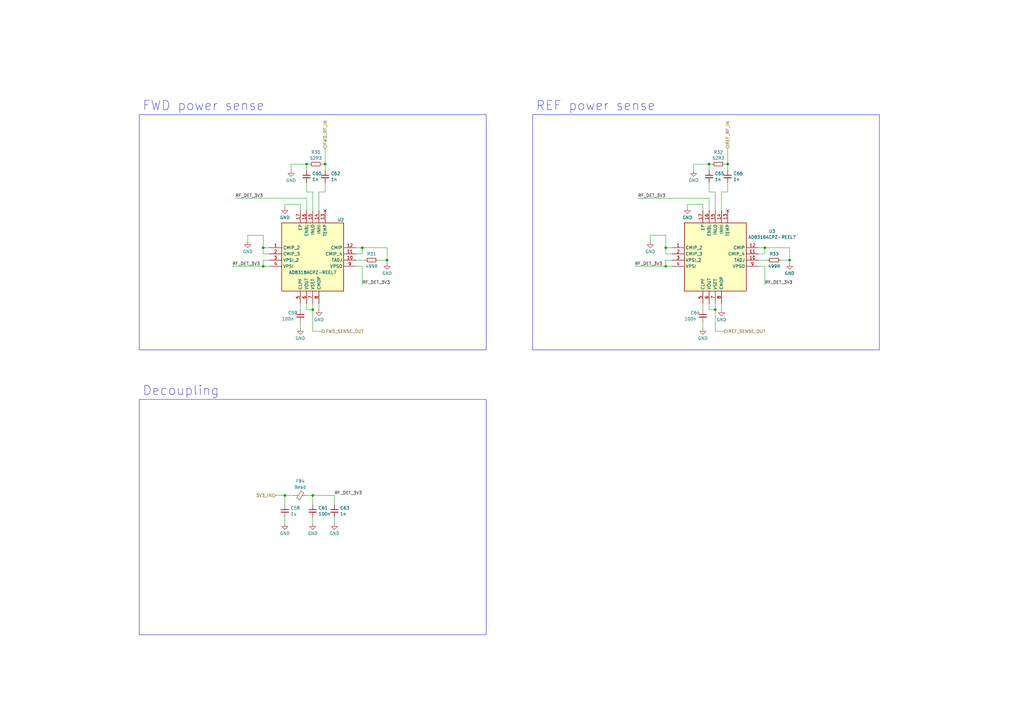
<source format=kicad_sch>
(kicad_sch (version 20230121) (generator eeschema)

  (uuid 79588d6e-ce3a-4d0b-a973-de164d6a495f)

  (paper "A3")

  (title_block
    (title "M17 Remote Radio Unit - RF board")
    (date "10-10-2023")
    (rev "A")
    (company "M17 Project")
    (comment 1 "Wojciech Kaczmarski, SP5WWP")
  )

  (lib_symbols
    (symbol "AD8318:AD8318ACPZ-REEL7" (in_bom yes) (on_board yes)
      (property "Reference" "U" (at 31.75 15.24 0)
        (effects (font (size 1.27 1.27)) (justify left top))
      )
      (property "Value" "AD8318ACPZ-REEL7" (at 31.75 12.7 0)
        (effects (font (size 1.27 1.27)) (justify left top))
      )
      (property "Footprint" "QFN65P400X400X100-17N" (at 31.75 -87.3 0)
        (effects (font (size 1.27 1.27)) (justify left top) hide)
      )
      (property "Datasheet" "http://componentsearchengine.com/Datasheets/1/AD8318ACPZ-REEL7.pdf" (at 31.75 -187.3 0)
        (effects (font (size 1.27 1.27)) (justify left top) hide)
      )
      (property "Height" "" (at 31.75 -387.3 0)
        (effects (font (size 1.27 1.27)) (justify left top) hide)
      )
      (property "Mouser Part Number" "584-AD8318ACPZ-R7" (at 31.75 -487.3 0)
        (effects (font (size 1.27 1.27)) (justify left top) hide)
      )
      (property "Mouser Price/Stock" "https://www.mouser.co.uk/ProductDetail/Analog-Devices/AD8318ACPZ-REEL7?qs=%2FtpEQrCGXCw0ZYFmnJA9Lg%3D%3D" (at 31.75 -587.3 0)
        (effects (font (size 1.27 1.27)) (justify left top) hide)
      )
      (property "Manufacturer_Name" "Analog Devices" (at 31.75 -687.3 0)
        (effects (font (size 1.27 1.27)) (justify left top) hide)
      )
      (property "Manufacturer_Part_Number" "AD8318ACPZ-REEL7" (at 31.75 -787.3 0)
        (effects (font (size 1.27 1.27)) (justify left top) hide)
      )
      (property "ki_description" "Logarithmic Detector/Controller" (at 0 0 0)
        (effects (font (size 1.27 1.27)) hide)
      )
      (symbol "AD8318ACPZ-REEL7_1_1"
        (rectangle (start 5.08 10.16) (end 30.48 -17.78)
          (stroke (width 0.254) (type default))
          (fill (type background))
        )
        (pin passive line (at 0 0 0) (length 5.08)
          (name "CMIP_2" (effects (font (size 1.27 1.27))))
          (number "1" (effects (font (size 1.27 1.27))))
        )
        (pin passive line (at 35.56 -5.08 180) (length 5.08)
          (name "TADJ" (effects (font (size 1.27 1.27))))
          (number "10" (effects (font (size 1.27 1.27))))
        )
        (pin passive line (at 35.56 -2.54 180) (length 5.08)
          (name "CMIP_4" (effects (font (size 1.27 1.27))))
          (number "11" (effects (font (size 1.27 1.27))))
        )
        (pin passive line (at 35.56 0 180) (length 5.08)
          (name "CMIP" (effects (font (size 1.27 1.27))))
          (number "12" (effects (font (size 1.27 1.27))))
        )
        (pin passive line (at 22.86 15.24 270) (length 5.08)
          (name "TEMP" (effects (font (size 1.27 1.27))))
          (number "13" (effects (font (size 1.27 1.27))))
        )
        (pin passive line (at 20.32 15.24 270) (length 5.08)
          (name "INHI" (effects (font (size 1.27 1.27))))
          (number "14" (effects (font (size 1.27 1.27))))
        )
        (pin passive line (at 17.78 15.24 270) (length 5.08)
          (name "INLO" (effects (font (size 1.27 1.27))))
          (number "15" (effects (font (size 1.27 1.27))))
        )
        (pin passive line (at 15.24 15.24 270) (length 5.08)
          (name "ENBL" (effects (font (size 1.27 1.27))))
          (number "16" (effects (font (size 1.27 1.27))))
        )
        (pin passive line (at 12.7 15.24 270) (length 5.08)
          (name "EP" (effects (font (size 1.27 1.27))))
          (number "17" (effects (font (size 1.27 1.27))))
        )
        (pin passive line (at 0 -2.54 0) (length 5.08)
          (name "CMIP_3" (effects (font (size 1.27 1.27))))
          (number "2" (effects (font (size 1.27 1.27))))
        )
        (pin passive line (at 0 -5.08 0) (length 5.08)
          (name "VPSI_2" (effects (font (size 1.27 1.27))))
          (number "3" (effects (font (size 1.27 1.27))))
        )
        (pin passive line (at 0 -7.62 0) (length 5.08)
          (name "VPSI" (effects (font (size 1.27 1.27))))
          (number "4" (effects (font (size 1.27 1.27))))
        )
        (pin passive line (at 12.7 -22.86 90) (length 5.08)
          (name "CLPF" (effects (font (size 1.27 1.27))))
          (number "5" (effects (font (size 1.27 1.27))))
        )
        (pin passive line (at 15.24 -22.86 90) (length 5.08)
          (name "VOUT" (effects (font (size 1.27 1.27))))
          (number "6" (effects (font (size 1.27 1.27))))
        )
        (pin passive line (at 17.78 -22.86 90) (length 5.08)
          (name "VSET" (effects (font (size 1.27 1.27))))
          (number "7" (effects (font (size 1.27 1.27))))
        )
        (pin passive line (at 20.32 -22.86 90) (length 5.08)
          (name "CMOP" (effects (font (size 1.27 1.27))))
          (number "8" (effects (font (size 1.27 1.27))))
        )
        (pin passive line (at 35.56 -7.62 180) (length 5.08)
          (name "VPSO" (effects (font (size 1.27 1.27))))
          (number "9" (effects (font (size 1.27 1.27))))
        )
      )
    )
    (symbol "Device:C_Small" (pin_numbers hide) (pin_names (offset 0.254) hide) (in_bom yes) (on_board yes)
      (property "Reference" "C" (at 0.254 1.778 0)
        (effects (font (size 1.27 1.27)) (justify left))
      )
      (property "Value" "C_Small" (at 0.254 -2.032 0)
        (effects (font (size 1.27 1.27)) (justify left))
      )
      (property "Footprint" "" (at 0 0 0)
        (effects (font (size 1.27 1.27)) hide)
      )
      (property "Datasheet" "~" (at 0 0 0)
        (effects (font (size 1.27 1.27)) hide)
      )
      (property "ki_keywords" "capacitor cap" (at 0 0 0)
        (effects (font (size 1.27 1.27)) hide)
      )
      (property "ki_description" "Unpolarized capacitor, small symbol" (at 0 0 0)
        (effects (font (size 1.27 1.27)) hide)
      )
      (property "ki_fp_filters" "C_*" (at 0 0 0)
        (effects (font (size 1.27 1.27)) hide)
      )
      (symbol "C_Small_0_1"
        (polyline
          (pts
            (xy -1.524 -0.508)
            (xy 1.524 -0.508)
          )
          (stroke (width 0.3302) (type default))
          (fill (type none))
        )
        (polyline
          (pts
            (xy -1.524 0.508)
            (xy 1.524 0.508)
          )
          (stroke (width 0.3048) (type default))
          (fill (type none))
        )
      )
      (symbol "C_Small_1_1"
        (pin passive line (at 0 2.54 270) (length 2.032)
          (name "~" (effects (font (size 1.27 1.27))))
          (number "1" (effects (font (size 1.27 1.27))))
        )
        (pin passive line (at 0 -2.54 90) (length 2.032)
          (name "~" (effects (font (size 1.27 1.27))))
          (number "2" (effects (font (size 1.27 1.27))))
        )
      )
    )
    (symbol "Device:FerriteBead_Small" (pin_numbers hide) (pin_names (offset 0)) (in_bom yes) (on_board yes)
      (property "Reference" "FB" (at 1.905 1.27 0)
        (effects (font (size 1.27 1.27)) (justify left))
      )
      (property "Value" "FerriteBead_Small" (at 1.905 -1.27 0)
        (effects (font (size 1.27 1.27)) (justify left))
      )
      (property "Footprint" "" (at -1.778 0 90)
        (effects (font (size 1.27 1.27)) hide)
      )
      (property "Datasheet" "~" (at 0 0 0)
        (effects (font (size 1.27 1.27)) hide)
      )
      (property "ki_keywords" "L ferrite bead inductor filter" (at 0 0 0)
        (effects (font (size 1.27 1.27)) hide)
      )
      (property "ki_description" "Ferrite bead, small symbol" (at 0 0 0)
        (effects (font (size 1.27 1.27)) hide)
      )
      (property "ki_fp_filters" "Inductor_* L_* *Ferrite*" (at 0 0 0)
        (effects (font (size 1.27 1.27)) hide)
      )
      (symbol "FerriteBead_Small_0_1"
        (polyline
          (pts
            (xy 0 -1.27)
            (xy 0 -0.7874)
          )
          (stroke (width 0) (type default))
          (fill (type none))
        )
        (polyline
          (pts
            (xy 0 0.889)
            (xy 0 1.2954)
          )
          (stroke (width 0) (type default))
          (fill (type none))
        )
        (polyline
          (pts
            (xy -1.8288 0.2794)
            (xy -1.1176 1.4986)
            (xy 1.8288 -0.2032)
            (xy 1.1176 -1.4224)
            (xy -1.8288 0.2794)
          )
          (stroke (width 0) (type default))
          (fill (type none))
        )
      )
      (symbol "FerriteBead_Small_1_1"
        (pin passive line (at 0 2.54 270) (length 1.27)
          (name "~" (effects (font (size 1.27 1.27))))
          (number "1" (effects (font (size 1.27 1.27))))
        )
        (pin passive line (at 0 -2.54 90) (length 1.27)
          (name "~" (effects (font (size 1.27 1.27))))
          (number "2" (effects (font (size 1.27 1.27))))
        )
      )
    )
    (symbol "Device:R_Small" (pin_numbers hide) (pin_names (offset 0.254) hide) (in_bom yes) (on_board yes)
      (property "Reference" "R" (at 0.762 0.508 0)
        (effects (font (size 1.27 1.27)) (justify left))
      )
      (property "Value" "R_Small" (at 0.762 -1.016 0)
        (effects (font (size 1.27 1.27)) (justify left))
      )
      (property "Footprint" "" (at 0 0 0)
        (effects (font (size 1.27 1.27)) hide)
      )
      (property "Datasheet" "~" (at 0 0 0)
        (effects (font (size 1.27 1.27)) hide)
      )
      (property "ki_keywords" "R resistor" (at 0 0 0)
        (effects (font (size 1.27 1.27)) hide)
      )
      (property "ki_description" "Resistor, small symbol" (at 0 0 0)
        (effects (font (size 1.27 1.27)) hide)
      )
      (property "ki_fp_filters" "R_*" (at 0 0 0)
        (effects (font (size 1.27 1.27)) hide)
      )
      (symbol "R_Small_0_1"
        (rectangle (start -0.762 1.778) (end 0.762 -1.778)
          (stroke (width 0.2032) (type default))
          (fill (type none))
        )
      )
      (symbol "R_Small_1_1"
        (pin passive line (at 0 2.54 270) (length 0.762)
          (name "~" (effects (font (size 1.27 1.27))))
          (number "1" (effects (font (size 1.27 1.27))))
        )
        (pin passive line (at 0 -2.54 90) (length 0.762)
          (name "~" (effects (font (size 1.27 1.27))))
          (number "2" (effects (font (size 1.27 1.27))))
        )
      )
    )
    (symbol "power:GND" (power) (pin_names (offset 0)) (in_bom yes) (on_board yes)
      (property "Reference" "#PWR" (at 0 -6.35 0)
        (effects (font (size 1.27 1.27)) hide)
      )
      (property "Value" "GND" (at 0 -3.81 0)
        (effects (font (size 1.27 1.27)))
      )
      (property "Footprint" "" (at 0 0 0)
        (effects (font (size 1.27 1.27)) hide)
      )
      (property "Datasheet" "" (at 0 0 0)
        (effects (font (size 1.27 1.27)) hide)
      )
      (property "ki_keywords" "global power" (at 0 0 0)
        (effects (font (size 1.27 1.27)) hide)
      )
      (property "ki_description" "Power symbol creates a global label with name \"GND\" , ground" (at 0 0 0)
        (effects (font (size 1.27 1.27)) hide)
      )
      (symbol "GND_0_1"
        (polyline
          (pts
            (xy 0 0)
            (xy 0 -1.27)
            (xy 1.27 -1.27)
            (xy 0 -2.54)
            (xy -1.27 -1.27)
            (xy 0 -1.27)
          )
          (stroke (width 0) (type default))
          (fill (type none))
        )
      )
      (symbol "GND_1_1"
        (pin power_in line (at 0 0 270) (length 0) hide
          (name "GND" (effects (font (size 1.27 1.27))))
          (number "1" (effects (font (size 1.27 1.27))))
        )
      )
    )
  )

  (junction (at 273.05 109.22) (diameter 0) (color 0 0 0 0)
    (uuid 1b45976f-3adc-4e76-869a-f93f6284d71a)
  )
  (junction (at 293.37 127) (diameter 0) (color 0 0 0 0)
    (uuid 50a5d778-f9f0-4d68-b428-926f3d0c4fd8)
  )
  (junction (at 133.35 67.31) (diameter 0) (color 0 0 0 0)
    (uuid 54e57aa0-b35c-41c9-8767-dec226f434d4)
  )
  (junction (at 148.59 101.6) (diameter 0) (color 0 0 0 0)
    (uuid 5851b195-9673-499c-9d19-e7b4f2979e05)
  )
  (junction (at 158.75 106.68) (diameter 0) (color 0 0 0 0)
    (uuid 6bf74ec7-930b-4133-90ff-493986bc68af)
  )
  (junction (at 290.83 67.31) (diameter 0) (color 0 0 0 0)
    (uuid 6e810262-b1a2-4019-8f31-23c0ff23e140)
  )
  (junction (at 116.84 203.2) (diameter 0) (color 0 0 0 0)
    (uuid 7c556fc1-7139-4eb4-bb08-58dbc80fd05c)
  )
  (junction (at 313.69 101.6) (diameter 0) (color 0 0 0 0)
    (uuid 7c8bb795-8e66-4576-9786-d061231a437e)
  )
  (junction (at 298.45 67.31) (diameter 0) (color 0 0 0 0)
    (uuid a46df9a3-4477-4762-91a8-172f114f84c3)
  )
  (junction (at 128.27 127) (diameter 0) (color 0 0 0 0)
    (uuid adcefbb4-c416-428c-a166-069ffc1a9058)
  )
  (junction (at 323.85 106.68) (diameter 0) (color 0 0 0 0)
    (uuid d6e9237e-2f13-42e4-91da-5eabbc3d3c8a)
  )
  (junction (at 107.95 109.22) (diameter 0) (color 0 0 0 0)
    (uuid dd71c71e-1538-4ed6-be86-1c5c6fa91547)
  )
  (junction (at 125.73 67.31) (diameter 0) (color 0 0 0 0)
    (uuid dd7be19f-c863-40b2-9e4c-44bcd468067e)
  )
  (junction (at 128.27 203.2) (diameter 0) (color 0 0 0 0)
    (uuid e3369443-fdee-49a2-b959-2334298048a3)
  )
  (junction (at 273.05 101.6) (diameter 0) (color 0 0 0 0)
    (uuid f4700b75-8e7a-414f-82d2-18fad7cf5ea5)
  )
  (junction (at 107.95 101.6) (diameter 0) (color 0 0 0 0)
    (uuid f6d42c3c-4d5f-41b6-851c-d69f2f766d49)
  )

  (no_connect (at 133.35 86.36) (uuid 573445fa-ea88-4bba-9df2-1b10839948fc))
  (no_connect (at 298.45 86.36) (uuid c93e9916-3895-4b73-9d8e-cf8780eff6b7))

  (wire (pts (xy 284.48 67.31) (xy 290.83 67.31))
    (stroke (width 0) (type default))
    (uuid 05838851-6daa-46e6-8a69-04555b1d92bb)
  )
  (wire (pts (xy 128.27 203.2) (xy 137.16 203.2))
    (stroke (width 0) (type default))
    (uuid 08e8f3b2-c576-45b0-9f33-20f61b9cd6af)
  )
  (wire (pts (xy 133.35 60.96) (xy 133.35 67.31))
    (stroke (width 0) (type default))
    (uuid 0b8b0178-0080-4299-a1f1-d23995a2e051)
  )
  (wire (pts (xy 125.73 67.31) (xy 127 67.31))
    (stroke (width 0) (type default))
    (uuid 0c49a756-5dc9-4445-850d-dcdf28a1ea0b)
  )
  (wire (pts (xy 275.59 104.14) (xy 273.05 104.14))
    (stroke (width 0) (type default))
    (uuid 0ce51e64-4d6f-4288-9435-83483ba1889e)
  )
  (wire (pts (xy 128.27 78.74) (xy 128.27 86.36))
    (stroke (width 0) (type default))
    (uuid 0d907286-8da7-44aa-9a38-c2def963ca10)
  )
  (wire (pts (xy 293.37 78.74) (xy 293.37 86.36))
    (stroke (width 0) (type default))
    (uuid 1201c7f4-d6c7-4501-b8ee-4678181669d7)
  )
  (wire (pts (xy 273.05 101.6) (xy 273.05 96.52))
    (stroke (width 0) (type default))
    (uuid 14c6a56f-a4e2-4fdf-b86a-513ca658a07f)
  )
  (wire (pts (xy 260.35 109.22) (xy 273.05 109.22))
    (stroke (width 0) (type default))
    (uuid 14e82bfc-1b5b-44c8-8493-2bb613ee2965)
  )
  (wire (pts (xy 297.18 67.31) (xy 298.45 67.31))
    (stroke (width 0) (type default))
    (uuid 19a9d772-a7dd-4f17-a693-f33ee730be56)
  )
  (wire (pts (xy 107.95 101.6) (xy 110.49 101.6))
    (stroke (width 0) (type default))
    (uuid 19becd97-ecb4-4d88-9e58-f466d050a07f)
  )
  (wire (pts (xy 132.08 67.31) (xy 133.35 67.31))
    (stroke (width 0) (type default))
    (uuid 25599d0f-5cc2-40c2-88db-b136889dd834)
  )
  (wire (pts (xy 273.05 96.52) (xy 266.7 96.52))
    (stroke (width 0) (type default))
    (uuid 25a6fc90-49bf-4b66-bfaa-0157ce504fab)
  )
  (wire (pts (xy 146.05 104.14) (xy 148.59 104.14))
    (stroke (width 0) (type default))
    (uuid 261980cb-eb30-48d0-b9ba-effe82bcc014)
  )
  (wire (pts (xy 137.16 212.09) (xy 137.16 214.63))
    (stroke (width 0) (type default))
    (uuid 29d39c4b-fd62-4d98-b072-a51700e007a3)
  )
  (wire (pts (xy 125.73 127) (xy 128.27 127))
    (stroke (width 0) (type default))
    (uuid 2a7f48fd-5f80-4b91-9d28-f6873f60eb33)
  )
  (wire (pts (xy 125.73 74.93) (xy 125.73 78.74))
    (stroke (width 0) (type default))
    (uuid 2aed5ba5-d6a2-43a7-8e42-2d5112be38df)
  )
  (wire (pts (xy 288.29 83.82) (xy 281.94 83.82))
    (stroke (width 0) (type default))
    (uuid 2c337143-059e-4b9b-999e-d5be8004be2a)
  )
  (wire (pts (xy 133.35 67.31) (xy 133.35 69.85))
    (stroke (width 0) (type default))
    (uuid 2c93b47c-80d0-4b4a-88a2-4d2a7ee90605)
  )
  (wire (pts (xy 146.05 106.68) (xy 149.86 106.68))
    (stroke (width 0) (type default))
    (uuid 30245de1-28e6-494d-ae56-947eb2f04b74)
  )
  (wire (pts (xy 133.35 78.74) (xy 130.81 78.74))
    (stroke (width 0) (type default))
    (uuid 310bab69-9ecd-4c29-b79d-9859a7e14e82)
  )
  (wire (pts (xy 313.69 104.14) (xy 313.69 101.6))
    (stroke (width 0) (type default))
    (uuid 31b47157-b5a3-4c1c-b797-e3969461d97c)
  )
  (wire (pts (xy 290.83 78.74) (xy 293.37 78.74))
    (stroke (width 0) (type default))
    (uuid 39a518d2-e97b-4970-a582-7c999af9a8b3)
  )
  (wire (pts (xy 101.6 96.52) (xy 101.6 99.06))
    (stroke (width 0) (type default))
    (uuid 3c3ab792-db84-4113-bc21-c7082e015d27)
  )
  (wire (pts (xy 281.94 83.82) (xy 281.94 85.09))
    (stroke (width 0) (type default))
    (uuid 4224c944-1d14-4848-8de9-338b764eef7f)
  )
  (wire (pts (xy 123.19 124.46) (xy 123.19 127))
    (stroke (width 0) (type default))
    (uuid 429abc26-f33e-4750-b9ba-8068f072cf84)
  )
  (wire (pts (xy 158.75 106.68) (xy 158.75 107.95))
    (stroke (width 0) (type default))
    (uuid 43c008f8-d99e-4c0a-b959-ee6aafdf629c)
  )
  (wire (pts (xy 261.62 81.28) (xy 290.83 81.28))
    (stroke (width 0) (type default))
    (uuid 4452b827-f77c-400f-b89f-b72645621163)
  )
  (wire (pts (xy 311.15 101.6) (xy 313.69 101.6))
    (stroke (width 0) (type default))
    (uuid 4512cdbd-66e4-41c2-a8e9-9149ee8b61c7)
  )
  (wire (pts (xy 298.45 78.74) (xy 295.91 78.74))
    (stroke (width 0) (type default))
    (uuid 4527dcf0-096c-4f40-8e9e-322b1fd13a93)
  )
  (wire (pts (xy 290.83 67.31) (xy 290.83 69.85))
    (stroke (width 0) (type default))
    (uuid 45454bd1-0c9a-4639-9756-10790bb12b85)
  )
  (wire (pts (xy 295.91 124.46) (xy 295.91 127))
    (stroke (width 0) (type default))
    (uuid 4678cbec-55b7-4870-94a8-fab26cc8343c)
  )
  (wire (pts (xy 119.38 69.85) (xy 119.38 67.31))
    (stroke (width 0) (type default))
    (uuid 48b4c356-ff65-47f6-b006-f3552d047906)
  )
  (wire (pts (xy 273.05 101.6) (xy 275.59 101.6))
    (stroke (width 0) (type default))
    (uuid 4b3e1ef0-c91e-468a-ace1-a7ea8c8fced0)
  )
  (wire (pts (xy 284.48 69.85) (xy 284.48 67.31))
    (stroke (width 0) (type default))
    (uuid 526be59f-af8e-45f9-a060-e0261a1b185b)
  )
  (wire (pts (xy 295.91 78.74) (xy 295.91 86.36))
    (stroke (width 0) (type default))
    (uuid 59ee976c-bd1c-4335-8418-c270b846019a)
  )
  (wire (pts (xy 123.19 132.08) (xy 123.19 134.62))
    (stroke (width 0) (type default))
    (uuid 5a9f01ed-ac17-450d-9f16-45de55467502)
  )
  (wire (pts (xy 116.84 212.09) (xy 116.84 214.63))
    (stroke (width 0) (type default))
    (uuid 5c1b3334-7c0a-4b61-acf7-8e97030ef3cf)
  )
  (wire (pts (xy 119.38 67.31) (xy 125.73 67.31))
    (stroke (width 0) (type default))
    (uuid 607617be-679b-4e3d-9bef-4ec88b594fc7)
  )
  (wire (pts (xy 323.85 106.68) (xy 323.85 107.95))
    (stroke (width 0) (type default))
    (uuid 64ccf612-f9b5-4687-a346-dbf783dd5b10)
  )
  (wire (pts (xy 96.52 81.28) (xy 125.73 81.28))
    (stroke (width 0) (type default))
    (uuid 67d8041f-93de-41fb-a249-4d2555c77838)
  )
  (wire (pts (xy 275.59 106.68) (xy 273.05 106.68))
    (stroke (width 0) (type default))
    (uuid 6ef91f16-79fd-4815-ae0c-45cae3e70b4e)
  )
  (wire (pts (xy 128.27 127) (xy 128.27 124.46))
    (stroke (width 0) (type default))
    (uuid 70bb5f3d-466f-4f59-8118-82c6575234e1)
  )
  (wire (pts (xy 266.7 96.52) (xy 266.7 99.06))
    (stroke (width 0) (type default))
    (uuid 72612e7e-693a-4d8f-89a7-117b84e62133)
  )
  (wire (pts (xy 298.45 60.96) (xy 298.45 67.31))
    (stroke (width 0) (type default))
    (uuid 7df104bf-eda5-4718-990a-b12c023134df)
  )
  (wire (pts (xy 110.49 104.14) (xy 107.95 104.14))
    (stroke (width 0) (type default))
    (uuid 7ea2ee56-110e-4512-b313-3ba70a1c226a)
  )
  (wire (pts (xy 273.05 104.14) (xy 273.05 101.6))
    (stroke (width 0) (type default))
    (uuid 7f3d9007-d148-4339-b926-8e1db21b9c24)
  )
  (wire (pts (xy 125.73 81.28) (xy 125.73 86.36))
    (stroke (width 0) (type default))
    (uuid 80bc61ca-2415-4023-a5ac-78107b81afd7)
  )
  (wire (pts (xy 107.95 101.6) (xy 107.95 96.52))
    (stroke (width 0) (type default))
    (uuid 8bd28435-5d9f-44ab-a04c-6adb65a97bef)
  )
  (wire (pts (xy 297.18 135.89) (xy 293.37 135.89))
    (stroke (width 0) (type default))
    (uuid 8fb086a9-0643-4798-bfa6-e0075369509b)
  )
  (wire (pts (xy 128.27 212.09) (xy 128.27 214.63))
    (stroke (width 0) (type default))
    (uuid 92820599-1e0b-4cd0-a8ae-17812df29e53)
  )
  (wire (pts (xy 293.37 135.89) (xy 293.37 127))
    (stroke (width 0) (type default))
    (uuid 93fb5a20-7cd3-4dba-a9a3-81ad4193eac2)
  )
  (wire (pts (xy 313.69 101.6) (xy 323.85 101.6))
    (stroke (width 0) (type default))
    (uuid 9607ce91-5f8c-4009-a14d-32cb490b5c92)
  )
  (wire (pts (xy 110.49 106.68) (xy 107.95 106.68))
    (stroke (width 0) (type default))
    (uuid 97701775-5812-4bea-8178-3bfa0664ae24)
  )
  (wire (pts (xy 290.83 67.31) (xy 292.1 67.31))
    (stroke (width 0) (type default))
    (uuid 99fa4805-e05e-4fd2-b12b-bb7d642cfe36)
  )
  (wire (pts (xy 123.19 83.82) (xy 123.19 86.36))
    (stroke (width 0) (type default))
    (uuid 9a397cf8-12bd-4d92-bd6f-cf7dd34f93a9)
  )
  (wire (pts (xy 288.29 83.82) (xy 288.29 86.36))
    (stroke (width 0) (type default))
    (uuid 9a619ef5-05d1-4d62-a29d-36752d5692a1)
  )
  (wire (pts (xy 116.84 203.2) (xy 120.65 203.2))
    (stroke (width 0) (type default))
    (uuid 9b822aa7-797d-4119-88c2-8f8cad289502)
  )
  (wire (pts (xy 290.83 81.28) (xy 290.83 86.36))
    (stroke (width 0) (type default))
    (uuid 9e0efec3-be5d-46b7-9b12-621b1bdfd325)
  )
  (wire (pts (xy 132.08 135.89) (xy 128.27 135.89))
    (stroke (width 0) (type default))
    (uuid a1a49263-03d7-4d6c-8f47-3a97f34ec3e8)
  )
  (wire (pts (xy 154.94 106.68) (xy 158.75 106.68))
    (stroke (width 0) (type default))
    (uuid a2f3c34b-a82f-47e3-8ad5-a9971c1922a2)
  )
  (wire (pts (xy 273.05 109.22) (xy 275.59 109.22))
    (stroke (width 0) (type default))
    (uuid a40a741a-81c2-497a-90b7-7ceea3af9960)
  )
  (wire (pts (xy 311.15 104.14) (xy 313.69 104.14))
    (stroke (width 0) (type default))
    (uuid acb22d3b-2e0c-4c89-9c33-cf34a589a2cd)
  )
  (wire (pts (xy 311.15 109.22) (xy 313.69 109.22))
    (stroke (width 0) (type default))
    (uuid ad464e74-799c-4252-8598-e2e7dc9f9886)
  )
  (wire (pts (xy 116.84 203.2) (xy 116.84 207.01))
    (stroke (width 0) (type default))
    (uuid ad853afc-c5ad-47a2-abf3-abdc6ba8ed6e)
  )
  (wire (pts (xy 137.16 207.01) (xy 137.16 203.2))
    (stroke (width 0) (type default))
    (uuid b000aaa0-1872-4810-9834-5356846ebbb5)
  )
  (wire (pts (xy 125.73 203.2) (xy 128.27 203.2))
    (stroke (width 0) (type default))
    (uuid b1659477-56cb-450f-95af-05445bab80e8)
  )
  (wire (pts (xy 273.05 106.68) (xy 273.05 109.22))
    (stroke (width 0) (type default))
    (uuid b31a61e6-03b6-4afc-b76a-c8f269524178)
  )
  (wire (pts (xy 128.27 135.89) (xy 128.27 127))
    (stroke (width 0) (type default))
    (uuid b3267933-0c5c-4b07-9e90-44bc5b1abb35)
  )
  (wire (pts (xy 107.95 106.68) (xy 107.95 109.22))
    (stroke (width 0) (type default))
    (uuid b3a38938-3d34-474a-b75e-8c35d4e03f9b)
  )
  (wire (pts (xy 107.95 109.22) (xy 110.49 109.22))
    (stroke (width 0) (type default))
    (uuid b69e9f44-39cc-490a-a5c0-a51b996606eb)
  )
  (wire (pts (xy 298.45 74.93) (xy 298.45 78.74))
    (stroke (width 0) (type default))
    (uuid b6f39fd4-7a34-4435-ad36-a42ab1003736)
  )
  (wire (pts (xy 107.95 96.52) (xy 101.6 96.52))
    (stroke (width 0) (type default))
    (uuid b7a1a1ae-ece9-4778-a5c2-e7ae73f19ea4)
  )
  (wire (pts (xy 290.83 127) (xy 293.37 127))
    (stroke (width 0) (type default))
    (uuid b9ac22f3-c2d6-4d07-b902-54c7b7500b58)
  )
  (wire (pts (xy 323.85 101.6) (xy 323.85 106.68))
    (stroke (width 0) (type default))
    (uuid ba408e9a-66e0-4ecd-8bea-02ab127c9ee8)
  )
  (wire (pts (xy 320.04 106.68) (xy 323.85 106.68))
    (stroke (width 0) (type default))
    (uuid bb1b2a53-0c63-4759-8fa3-6b39d147c967)
  )
  (wire (pts (xy 95.25 109.22) (xy 107.95 109.22))
    (stroke (width 0) (type default))
    (uuid bb7c099e-117a-4531-a0b7-67ac60944abc)
  )
  (wire (pts (xy 313.69 109.22) (xy 313.69 116.84))
    (stroke (width 0) (type default))
    (uuid bbddc95c-3c28-4138-925b-ddefdc785a3a)
  )
  (wire (pts (xy 290.83 124.46) (xy 290.83 127))
    (stroke (width 0) (type default))
    (uuid be35af85-467a-4c5a-a630-e97be35e597b)
  )
  (wire (pts (xy 158.75 101.6) (xy 158.75 106.68))
    (stroke (width 0) (type default))
    (uuid bfbc496f-5f63-4654-a057-9cc076450739)
  )
  (wire (pts (xy 288.29 132.08) (xy 288.29 134.62))
    (stroke (width 0) (type default))
    (uuid c20c3874-767f-404d-82db-768664136f9d)
  )
  (wire (pts (xy 130.81 124.46) (xy 130.81 127))
    (stroke (width 0) (type default))
    (uuid c364d15b-f016-4c96-ae10-fd9fc58b080d)
  )
  (wire (pts (xy 125.73 124.46) (xy 125.73 127))
    (stroke (width 0) (type default))
    (uuid c429ee64-e46a-4722-b70e-ef572481a9c0)
  )
  (wire (pts (xy 107.95 104.14) (xy 107.95 101.6))
    (stroke (width 0) (type default))
    (uuid c5cc52f3-3ee6-4db3-8efc-3dbb83f5ac66)
  )
  (wire (pts (xy 113.03 203.2) (xy 116.84 203.2))
    (stroke (width 0) (type default))
    (uuid c8b1db37-0dca-4c24-ae73-e0aea002a3c0)
  )
  (wire (pts (xy 298.45 67.31) (xy 298.45 69.85))
    (stroke (width 0) (type default))
    (uuid c95d9233-5f19-4a10-9ba8-d63096e90be9)
  )
  (wire (pts (xy 148.59 104.14) (xy 148.59 101.6))
    (stroke (width 0) (type default))
    (uuid cb45807a-96f6-4624-8371-c4f82cdb6b15)
  )
  (wire (pts (xy 133.35 74.93) (xy 133.35 78.74))
    (stroke (width 0) (type default))
    (uuid cd33e827-a218-4cc7-9821-aee63945530b)
  )
  (wire (pts (xy 290.83 74.93) (xy 290.83 78.74))
    (stroke (width 0) (type default))
    (uuid d512d1b1-2983-477a-9e1a-d6f5d30058a9)
  )
  (wire (pts (xy 148.59 101.6) (xy 158.75 101.6))
    (stroke (width 0) (type default))
    (uuid d8c0d4be-8549-4ced-9578-38e4b582dc11)
  )
  (wire (pts (xy 125.73 67.31) (xy 125.73 69.85))
    (stroke (width 0) (type default))
    (uuid da3da489-4afe-4c61-b084-3edc131fb527)
  )
  (wire (pts (xy 148.59 109.22) (xy 148.59 116.84))
    (stroke (width 0) (type default))
    (uuid da75375a-f6e0-42cd-baf8-f4634a1b67b1)
  )
  (wire (pts (xy 146.05 101.6) (xy 148.59 101.6))
    (stroke (width 0) (type default))
    (uuid dd130ad7-a4ae-4faf-8620-2b3a1dc66576)
  )
  (wire (pts (xy 146.05 109.22) (xy 148.59 109.22))
    (stroke (width 0) (type default))
    (uuid ddfa15be-f3c3-4c6a-a74a-43bc0a14e8d6)
  )
  (wire (pts (xy 123.19 83.82) (xy 116.84 83.82))
    (stroke (width 0) (type default))
    (uuid e11b6a03-52bf-472f-835b-7f0d3b9e765f)
  )
  (wire (pts (xy 293.37 127) (xy 293.37 124.46))
    (stroke (width 0) (type default))
    (uuid e3dfbae4-ff30-449f-8b51-f0b2448fc563)
  )
  (wire (pts (xy 125.73 78.74) (xy 128.27 78.74))
    (stroke (width 0) (type default))
    (uuid e5c7eb32-0901-4eab-ab56-2423d6b82d61)
  )
  (wire (pts (xy 130.81 78.74) (xy 130.81 86.36))
    (stroke (width 0) (type default))
    (uuid ea043530-c9db-4885-aa0a-06ef9d8e7ffc)
  )
  (wire (pts (xy 128.27 203.2) (xy 128.27 207.01))
    (stroke (width 0) (type default))
    (uuid eb6c4a00-bfa8-4509-a73b-b81aab0a3b75)
  )
  (wire (pts (xy 116.84 83.82) (xy 116.84 85.09))
    (stroke (width 0) (type default))
    (uuid ebcbe1e0-786f-425e-8a05-17db38adafa0)
  )
  (wire (pts (xy 288.29 124.46) (xy 288.29 127))
    (stroke (width 0) (type default))
    (uuid f1f31e71-43ed-46f6-9ae1-a5c3839503bd)
  )
  (wire (pts (xy 311.15 106.68) (xy 314.96 106.68))
    (stroke (width 0) (type default))
    (uuid f52b5c6a-a734-47e8-a697-1ef6845ab8f1)
  )

  (rectangle (start 57.15 163.83) (end 199.39 260.35)
    (stroke (width 0) (type default))
    (fill (type none))
    (uuid 0abc9a08-35a0-46b0-a3a3-7ff30cea3a19)
  )
  (rectangle (start 218.44 46.99) (end 360.68 143.51)
    (stroke (width 0) (type default))
    (fill (type none))
    (uuid 1cf5e7d5-dd46-4a60-af17-676b52e3d16b)
  )
  (rectangle (start 57.15 46.99) (end 199.39 143.51)
    (stroke (width 0) (type default))
    (fill (type none))
    (uuid 502a1b2a-687f-47b5-ac26-ed5cde5984c7)
  )

  (text "REF power sense" (at 219.71 45.72 0)
    (effects (font (size 3.81 3.81)) (justify left bottom))
    (uuid 1493caf5-55d6-4912-ab9c-d3a69713c3a0)
  )
  (text "Decoupling" (at 58.42 162.56 0)
    (effects (font (size 3.81 3.81)) (justify left bottom))
    (uuid 7608f065-4e56-4eb1-8329-e38b1a7505bb)
  )
  (text "FWD power sense" (at 58.42 45.72 0)
    (effects (font (size 3.81 3.81)) (justify left bottom))
    (uuid db1d65a0-90c8-42da-9e84-f8c8dafc999a)
  )

  (label "RF_DET_3V3" (at 313.69 116.84 0) (fields_autoplaced)
    (effects (font (size 1.27 1.27)) (justify left bottom))
    (uuid 2a900890-1c50-4d87-98c8-a4c318900dd7)
  )
  (label "RF_DET_3V3" (at 95.25 109.22 0) (fields_autoplaced)
    (effects (font (size 1.27 1.27)) (justify left bottom))
    (uuid 5abb6e4d-d050-4f57-bf4f-ad694b05c22a)
  )
  (label "RF_DET_3V3" (at 260.35 109.22 0) (fields_autoplaced)
    (effects (font (size 1.27 1.27)) (justify left bottom))
    (uuid 60335fde-c721-4f97-80c1-925159364e36)
  )
  (label "RF_DET_3V3" (at 261.62 81.28 0) (fields_autoplaced)
    (effects (font (size 1.27 1.27)) (justify left bottom))
    (uuid 6039cae3-393e-4088-ab7a-794e222341bd)
  )
  (label "RF_DET_3V3" (at 96.52 81.28 0) (fields_autoplaced)
    (effects (font (size 1.27 1.27)) (justify left bottom))
    (uuid 86859084-806f-46fc-9060-ddf3122672e3)
  )
  (label "RF_DET_3V3" (at 137.16 203.2 0) (fields_autoplaced)
    (effects (font (size 1.27 1.27)) (justify left bottom))
    (uuid ad89299b-2c84-4c9c-97c5-fba8d5dba872)
  )
  (label "RF_DET_3V3" (at 148.59 116.84 0) (fields_autoplaced)
    (effects (font (size 1.27 1.27)) (justify left bottom))
    (uuid c098c6c5-1bc6-456b-8658-4f6de70cf0cc)
  )

  (hierarchical_label "3V3_IN" (shape input) (at 113.03 203.2 180) (fields_autoplaced)
    (effects (font (size 1.27 1.27)) (justify right))
    (uuid 12afb5b4-c829-42e0-8ea1-718301d275e4)
  )
  (hierarchical_label "REF_SENSE_OUT" (shape output) (at 297.18 135.89 0) (fields_autoplaced)
    (effects (font (size 1.27 1.27)) (justify left))
    (uuid 386c03c5-f096-4c78-9408-5031a017f7e6)
  )
  (hierarchical_label "FWD_SENSE_OUT" (shape output) (at 132.08 135.89 0) (fields_autoplaced)
    (effects (font (size 1.27 1.27)) (justify left))
    (uuid 7003f5de-dc93-4df2-8338-34a65c33b780)
  )
  (hierarchical_label "REF_RF_IN" (shape input) (at 298.45 60.96 90) (fields_autoplaced)
    (effects (font (size 1.27 1.27)) (justify left))
    (uuid c0daab79-0397-4dc5-a778-92b6120b5895)
  )
  (hierarchical_label "FWD_RF_IN" (shape input) (at 133.35 60.96 90) (fields_autoplaced)
    (effects (font (size 1.27 1.27)) (justify left))
    (uuid c2cd04b2-407b-4b96-b5d7-48aeaca2591f)
  )

  (symbol (lib_id "Device:FerriteBead_Small") (at 123.19 203.2 90) (unit 1)
    (in_bom yes) (on_board yes) (dnp no) (fields_autoplaced)
    (uuid 00dd737b-f76e-4543-9a8b-dc56969ff004)
    (property "Reference" "FB4" (at 123.1519 197.3539 90)
      (effects (font (size 1.27 1.27)))
    )
    (property "Value" "Bead" (at 123.1519 199.7781 90)
      (effects (font (size 1.27 1.27)))
    )
    (property "Footprint" "Inductor_SMD:L_0603_1608Metric" (at 123.19 204.978 90)
      (effects (font (size 1.27 1.27)) hide)
    )
    (property "Datasheet" "~" (at 123.19 203.2 0)
      (effects (font (size 1.27 1.27)) hide)
    )
    (property "PN" "" (at 123.19 203.2 90)
      (effects (font (size 1.27 1.27)) hide)
    )
    (pin "1" (uuid 78428500-6a5f-4958-86ee-8d78558714db))
    (pin "2" (uuid 8357ed8f-c230-4745-bb3e-9db98f51cc30))
    (instances
      (project "m17-rru-rf"
        (path "/4c42207c-9e6b-42da-ad38-da126b892014/ccc39fee-262d-4ac9-a9a6-59e024db6eed"
          (reference "FB4") (unit 1)
        )
      )
    )
  )

  (symbol (lib_id "power:GND") (at 101.6 99.06 0) (unit 1)
    (in_bom yes) (on_board yes) (dnp no) (fields_autoplaced)
    (uuid 07196654-089d-4cd4-9350-72716d6c5608)
    (property "Reference" "#PWR070" (at 101.6 105.41 0)
      (effects (font (size 1.27 1.27)) hide)
    )
    (property "Value" "GND" (at 101.6 103.1931 0)
      (effects (font (size 1.27 1.27)))
    )
    (property "Footprint" "" (at 101.6 99.06 0)
      (effects (font (size 1.27 1.27)) hide)
    )
    (property "Datasheet" "" (at 101.6 99.06 0)
      (effects (font (size 1.27 1.27)) hide)
    )
    (pin "1" (uuid 94b8c864-255d-42ab-94a0-fc78c10a27d8))
    (instances
      (project "m17-rru-rf"
        (path "/4c42207c-9e6b-42da-ad38-da126b892014/ccc39fee-262d-4ac9-a9a6-59e024db6eed"
          (reference "#PWR070") (unit 1)
        )
      )
    )
  )

  (symbol (lib_id "AD8318:AD8318ACPZ-REEL7") (at 110.49 101.6 0) (unit 1)
    (in_bom yes) (on_board yes) (dnp no)
    (uuid 07c448b7-1da3-45c2-a750-5f281b2ece3c)
    (property "Reference" "U2" (at 139.7 90.17 0)
      (effects (font (size 1.27 1.27)))
    )
    (property "Value" "AD8318ACPZ-REEL7" (at 128.27 111.76 0)
      (effects (font (size 1.27 1.27)))
    )
    (property "Footprint" "QFN65P400X400X100-17N" (at 142.24 188.9 0)
      (effects (font (size 1.27 1.27)) (justify left top) hide)
    )
    (property "Datasheet" "http://componentsearchengine.com/Datasheets/1/AD8318ACPZ-REEL7.pdf" (at 142.24 288.9 0)
      (effects (font (size 1.27 1.27)) (justify left top) hide)
    )
    (property "Height" "" (at 142.24 488.9 0)
      (effects (font (size 1.27 1.27)) (justify left top) hide)
    )
    (property "Mouser Part Number" "584-AD8318ACPZ-R7" (at 142.24 588.9 0)
      (effects (font (size 1.27 1.27)) (justify left top) hide)
    )
    (property "Mouser Price/Stock" "https://www.mouser.co.uk/ProductDetail/Analog-Devices/AD8318ACPZ-REEL7?qs=%2FtpEQrCGXCw0ZYFmnJA9Lg%3D%3D" (at 142.24 688.9 0)
      (effects (font (size 1.27 1.27)) (justify left top) hide)
    )
    (property "Manufacturer_Name" "Analog Devices" (at 142.24 788.9 0)
      (effects (font (size 1.27 1.27)) (justify left top) hide)
    )
    (property "Manufacturer_Part_Number" "AD8318ACPZ-REEL7" (at 142.24 888.9 0)
      (effects (font (size 1.27 1.27)) (justify left top) hide)
    )
    (pin "1" (uuid 652a11dc-e795-4c6b-a28c-b253af8c0b17))
    (pin "10" (uuid 98a988ad-9ac5-4d57-9f5a-602f798a7b5e))
    (pin "11" (uuid f6c47550-0f17-4e57-b849-346a18f890ca))
    (pin "12" (uuid 24004124-3bff-4ed0-92de-b621646e40f6))
    (pin "13" (uuid e8c71dfc-439b-4420-83bb-aa9914cd124d))
    (pin "14" (uuid ea160f65-42f6-4458-a963-d0bd263d5de9))
    (pin "15" (uuid c04a3519-9349-4d88-91d7-1ccb780245ab))
    (pin "16" (uuid b137333e-608f-4a2b-816c-38ed651e3a72))
    (pin "17" (uuid ce684513-91a1-45f6-9218-6f5752d805fb))
    (pin "2" (uuid b86d09dd-79b5-408d-9075-b68ea3eade19))
    (pin "3" (uuid d288564d-2a49-400b-be86-654b65397c7d))
    (pin "4" (uuid 736bbd19-27f9-450b-9e50-653b059223ed))
    (pin "5" (uuid 3c47d15d-5430-40d7-8d39-b978efaed6c5))
    (pin "6" (uuid 3c039e6b-9411-4995-8a0b-b2ca13174523))
    (pin "7" (uuid 9bd3c985-5953-4091-8ffe-51f2c233d9a4))
    (pin "8" (uuid 209d618a-dfe9-43c5-8b91-ee2443915a9c))
    (pin "9" (uuid c70ce0f8-aade-479f-80aa-7e79e8510173))
    (instances
      (project "m17-rru-rf"
        (path "/4c42207c-9e6b-42da-ad38-da126b892014/59b2721c-5b8a-4fc3-bf5e-590dec787afb"
          (reference "U2") (unit 1)
        )
        (path "/4c42207c-9e6b-42da-ad38-da126b892014/ccc39fee-262d-4ac9-a9a6-59e024db6eed"
          (reference "U11") (unit 1)
        )
      )
    )
  )

  (symbol (lib_id "power:GND") (at 137.16 214.63 0) (unit 1)
    (in_bom yes) (on_board yes) (dnp no) (fields_autoplaced)
    (uuid 09d3de00-8ad5-47a7-ade9-892eb79b4ef3)
    (property "Reference" "#PWR077" (at 137.16 220.98 0)
      (effects (font (size 1.27 1.27)) hide)
    )
    (property "Value" "GND" (at 137.16 218.7631 0)
      (effects (font (size 1.27 1.27)))
    )
    (property "Footprint" "" (at 137.16 214.63 0)
      (effects (font (size 1.27 1.27)) hide)
    )
    (property "Datasheet" "" (at 137.16 214.63 0)
      (effects (font (size 1.27 1.27)) hide)
    )
    (pin "1" (uuid 3d35564d-f986-415e-8e3c-db63461f790f))
    (instances
      (project "m17-rru-rf"
        (path "/4c42207c-9e6b-42da-ad38-da126b892014/ccc39fee-262d-4ac9-a9a6-59e024db6eed"
          (reference "#PWR077") (unit 1)
        )
      )
    )
  )

  (symbol (lib_id "Device:C_Small") (at 133.35 72.39 0) (unit 1)
    (in_bom yes) (on_board yes) (dnp no) (fields_autoplaced)
    (uuid 0e28b89f-96ab-4d51-a4a1-4e11490e9bb2)
    (property "Reference" "C62" (at 135.6741 71.1842 0)
      (effects (font (size 1.27 1.27)) (justify left))
    )
    (property "Value" "1n" (at 135.6741 73.6084 0)
      (effects (font (size 1.27 1.27)) (justify left))
    )
    (property "Footprint" "Capacitor_SMD:C_0603_1608Metric" (at 133.35 72.39 0)
      (effects (font (size 1.27 1.27)) hide)
    )
    (property "Datasheet" "~" (at 133.35 72.39 0)
      (effects (font (size 1.27 1.27)) hide)
    )
    (pin "1" (uuid af5e554e-67f7-4c5c-8d28-e57ed9f72d8b))
    (pin "2" (uuid d5d6a356-24f4-4c62-b6ff-bf47e4d4db84))
    (instances
      (project "m17-rru-rf"
        (path "/4c42207c-9e6b-42da-ad38-da126b892014/ccc39fee-262d-4ac9-a9a6-59e024db6eed"
          (reference "C62") (unit 1)
        )
      )
    )
  )

  (symbol (lib_id "power:GND") (at 116.84 214.63 0) (unit 1)
    (in_bom yes) (on_board yes) (dnp no) (fields_autoplaced)
    (uuid 165f50fd-4bbb-4bb8-8b40-bca4ad82587f)
    (property "Reference" "#PWR072" (at 116.84 220.98 0)
      (effects (font (size 1.27 1.27)) hide)
    )
    (property "Value" "GND" (at 116.84 218.7631 0)
      (effects (font (size 1.27 1.27)))
    )
    (property "Footprint" "" (at 116.84 214.63 0)
      (effects (font (size 1.27 1.27)) hide)
    )
    (property "Datasheet" "" (at 116.84 214.63 0)
      (effects (font (size 1.27 1.27)) hide)
    )
    (pin "1" (uuid dc607cf9-2991-4980-bf38-c6dd46921833))
    (instances
      (project "m17-rru-rf"
        (path "/4c42207c-9e6b-42da-ad38-da126b892014/ccc39fee-262d-4ac9-a9a6-59e024db6eed"
          (reference "#PWR072") (unit 1)
        )
      )
    )
  )

  (symbol (lib_id "Device:R_Small") (at 152.4 106.68 90) (unit 1)
    (in_bom yes) (on_board yes) (dnp no)
    (uuid 2fa2fb1a-a50f-4335-9f60-43e831da018b)
    (property "Reference" "R31" (at 152.4 104.14 90)
      (effects (font (size 1.27 1.27)))
    )
    (property "Value" "499R" (at 152.4 109.22 90)
      (effects (font (size 1.27 1.27)))
    )
    (property "Footprint" "Resistor_SMD:R_0603_1608Metric" (at 152.4 106.68 0)
      (effects (font (size 1.27 1.27)) hide)
    )
    (property "Datasheet" "~" (at 152.4 106.68 0)
      (effects (font (size 1.27 1.27)) hide)
    )
    (property "PN" "" (at 152.4 106.68 0)
      (effects (font (size 1.27 1.27)) hide)
    )
    (pin "1" (uuid 793a929f-948d-4fa9-bb31-00e4b6b56fd6))
    (pin "2" (uuid 8f1a48b7-8ead-453f-bdd7-bc6565c335dc))
    (instances
      (project "m17-rru-rf"
        (path "/4c42207c-9e6b-42da-ad38-da126b892014/ccc39fee-262d-4ac9-a9a6-59e024db6eed"
          (reference "R31") (unit 1)
        )
      )
    )
  )

  (symbol (lib_id "Device:C_Small") (at 123.19 129.54 0) (unit 1)
    (in_bom yes) (on_board yes) (dnp no)
    (uuid 3279d697-4295-4231-aeb2-e82a909be6b7)
    (property "Reference" "C59" (at 118.11 128.27 0)
      (effects (font (size 1.27 1.27)) (justify left))
    )
    (property "Value" "100n" (at 115.57 130.81 0)
      (effects (font (size 1.27 1.27)) (justify left))
    )
    (property "Footprint" "Capacitor_SMD:C_0603_1608Metric" (at 123.19 129.54 0)
      (effects (font (size 1.27 1.27)) hide)
    )
    (property "Datasheet" "~" (at 123.19 129.54 0)
      (effects (font (size 1.27 1.27)) hide)
    )
    (pin "1" (uuid c2882019-9eae-4d3d-a88d-0aee944c245d))
    (pin "2" (uuid 7d90339f-019d-4501-842c-51eee2bad920))
    (instances
      (project "m17-rru-rf"
        (path "/4c42207c-9e6b-42da-ad38-da126b892014/ccc39fee-262d-4ac9-a9a6-59e024db6eed"
          (reference "C59") (unit 1)
        )
      )
    )
  )

  (symbol (lib_id "power:GND") (at 288.29 134.62 0) (unit 1)
    (in_bom yes) (on_board yes) (dnp no) (fields_autoplaced)
    (uuid 33e24709-04cf-4339-a27e-744e283649f9)
    (property "Reference" "#PWR082" (at 288.29 140.97 0)
      (effects (font (size 1.27 1.27)) hide)
    )
    (property "Value" "GND" (at 288.29 138.7531 0)
      (effects (font (size 1.27 1.27)))
    )
    (property "Footprint" "" (at 288.29 134.62 0)
      (effects (font (size 1.27 1.27)) hide)
    )
    (property "Datasheet" "" (at 288.29 134.62 0)
      (effects (font (size 1.27 1.27)) hide)
    )
    (pin "1" (uuid b5c12702-14cb-49cd-87ee-72abde744a6b))
    (instances
      (project "m17-rru-rf"
        (path "/4c42207c-9e6b-42da-ad38-da126b892014/ccc39fee-262d-4ac9-a9a6-59e024db6eed"
          (reference "#PWR082") (unit 1)
        )
      )
    )
  )

  (symbol (lib_id "power:GND") (at 295.91 127 0) (unit 1)
    (in_bom yes) (on_board yes) (dnp no) (fields_autoplaced)
    (uuid 47b94bb5-5f73-4ebd-929b-3f44001ba57b)
    (property "Reference" "#PWR083" (at 295.91 133.35 0)
      (effects (font (size 1.27 1.27)) hide)
    )
    (property "Value" "GND" (at 295.91 131.1331 0)
      (effects (font (size 1.27 1.27)))
    )
    (property "Footprint" "" (at 295.91 127 0)
      (effects (font (size 1.27 1.27)) hide)
    )
    (property "Datasheet" "" (at 295.91 127 0)
      (effects (font (size 1.27 1.27)) hide)
    )
    (pin "1" (uuid f2385ebd-f722-4261-99e4-86792ddded24))
    (instances
      (project "m17-rru-rf"
        (path "/4c42207c-9e6b-42da-ad38-da126b892014/ccc39fee-262d-4ac9-a9a6-59e024db6eed"
          (reference "#PWR083") (unit 1)
        )
      )
    )
  )

  (symbol (lib_id "AD8318:AD8318ACPZ-REEL7") (at 275.59 101.6 0) (unit 1)
    (in_bom yes) (on_board yes) (dnp no) (fields_autoplaced)
    (uuid 543975f9-ce89-4580-9548-53596373a111)
    (property "Reference" "U3" (at 316.6495 94.8456 0)
      (effects (font (size 1.27 1.27)))
    )
    (property "Value" "AD8318ACPZ-REEL7" (at 316.6495 97.2698 0)
      (effects (font (size 1.27 1.27)))
    )
    (property "Footprint" "QFN65P400X400X100-17N" (at 307.34 188.9 0)
      (effects (font (size 1.27 1.27)) (justify left top) hide)
    )
    (property "Datasheet" "http://componentsearchengine.com/Datasheets/1/AD8318ACPZ-REEL7.pdf" (at 307.34 288.9 0)
      (effects (font (size 1.27 1.27)) (justify left top) hide)
    )
    (property "Height" "" (at 307.34 488.9 0)
      (effects (font (size 1.27 1.27)) (justify left top) hide)
    )
    (property "Mouser Part Number" "584-AD8318ACPZ-R7" (at 307.34 588.9 0)
      (effects (font (size 1.27 1.27)) (justify left top) hide)
    )
    (property "Mouser Price/Stock" "https://www.mouser.co.uk/ProductDetail/Analog-Devices/AD8318ACPZ-REEL7?qs=%2FtpEQrCGXCw0ZYFmnJA9Lg%3D%3D" (at 307.34 688.9 0)
      (effects (font (size 1.27 1.27)) (justify left top) hide)
    )
    (property "Manufacturer_Name" "Analog Devices" (at 307.34 788.9 0)
      (effects (font (size 1.27 1.27)) (justify left top) hide)
    )
    (property "Manufacturer_Part_Number" "AD8318ACPZ-REEL7" (at 307.34 888.9 0)
      (effects (font (size 1.27 1.27)) (justify left top) hide)
    )
    (pin "1" (uuid d9caa7f7-6b8b-4e5b-bf28-3dfd1ee358df))
    (pin "10" (uuid 948aedbf-f67f-4158-887d-e67be9e6f923))
    (pin "11" (uuid 23d504d0-b52d-4485-8163-cb963454d508))
    (pin "12" (uuid 20cbebab-0a2e-4822-b053-cebe5e70b70f))
    (pin "13" (uuid c214a914-78d6-4cf6-8667-c2ad884da559))
    (pin "14" (uuid 6741a0ea-27a2-45d0-b374-4f78d3681b75))
    (pin "15" (uuid 4db9ee88-9b01-4d10-96f2-3faebc9798eb))
    (pin "16" (uuid 2971bd06-caa3-4961-8185-b90003a99fab))
    (pin "17" (uuid e7f29722-d7bb-48f0-b5c4-9255b53230f6))
    (pin "2" (uuid d2f334c4-1893-4522-a9fc-4fee0666ddd8))
    (pin "3" (uuid 6c43d773-ef3d-4a5d-bae3-b7a297c8234e))
    (pin "4" (uuid bcc1a4ca-01f6-49d6-bb33-685e7f57385c))
    (pin "5" (uuid e0069074-da78-4324-9def-9bd92d62fcdc))
    (pin "6" (uuid ebe3e02e-92b1-44fa-aff8-a8f99f936ee7))
    (pin "7" (uuid 0a88b13b-6f13-42bd-949c-02ac8c8ee92e))
    (pin "8" (uuid 6de2b3d5-250d-42d5-a774-f11274faeb6b))
    (pin "9" (uuid ef2010d3-d53a-43fa-aae3-880f149f1306))
    (instances
      (project "m17-rru-rf"
        (path "/4c42207c-9e6b-42da-ad38-da126b892014/59b2721c-5b8a-4fc3-bf5e-590dec787afb"
          (reference "U3") (unit 1)
        )
        (path "/4c42207c-9e6b-42da-ad38-da126b892014/ccc39fee-262d-4ac9-a9a6-59e024db6eed"
          (reference "U12") (unit 1)
        )
      )
    )
  )

  (symbol (lib_id "Device:C_Small") (at 137.16 209.55 0) (unit 1)
    (in_bom yes) (on_board yes) (dnp no) (fields_autoplaced)
    (uuid 67eec601-86c6-4701-9e59-7587e78ec4c3)
    (property "Reference" "C63" (at 139.4841 208.3442 0)
      (effects (font (size 1.27 1.27)) (justify left))
    )
    (property "Value" "1n" (at 139.4841 210.7684 0)
      (effects (font (size 1.27 1.27)) (justify left))
    )
    (property "Footprint" "Capacitor_SMD:C_0603_1608Metric" (at 137.16 209.55 0)
      (effects (font (size 1.27 1.27)) hide)
    )
    (property "Datasheet" "~" (at 137.16 209.55 0)
      (effects (font (size 1.27 1.27)) hide)
    )
    (pin "1" (uuid 2817d4cf-096d-4002-ac05-712fcae6294b))
    (pin "2" (uuid 7ffb10c5-c8c1-48db-9fa3-d87ba194b6e7))
    (instances
      (project "m17-rru-rf"
        (path "/4c42207c-9e6b-42da-ad38-da126b892014/ccc39fee-262d-4ac9-a9a6-59e024db6eed"
          (reference "C63") (unit 1)
        )
      )
    )
  )

  (symbol (lib_id "Device:C_Small") (at 298.45 72.39 0) (unit 1)
    (in_bom yes) (on_board yes) (dnp no) (fields_autoplaced)
    (uuid 7f51cf5b-7b85-4a51-87b2-b85fd8794cd5)
    (property "Reference" "C66" (at 300.7741 71.1842 0)
      (effects (font (size 1.27 1.27)) (justify left))
    )
    (property "Value" "1n" (at 300.7741 73.6084 0)
      (effects (font (size 1.27 1.27)) (justify left))
    )
    (property "Footprint" "Capacitor_SMD:C_0603_1608Metric" (at 298.45 72.39 0)
      (effects (font (size 1.27 1.27)) hide)
    )
    (property "Datasheet" "~" (at 298.45 72.39 0)
      (effects (font (size 1.27 1.27)) hide)
    )
    (pin "1" (uuid 92d5c7fe-71f3-420c-ae64-85361ce9b4f0))
    (pin "2" (uuid 880f028c-6a0e-4a26-bdd6-6e10379e24ea))
    (instances
      (project "m17-rru-rf"
        (path "/4c42207c-9e6b-42da-ad38-da126b892014/ccc39fee-262d-4ac9-a9a6-59e024db6eed"
          (reference "C66") (unit 1)
        )
      )
    )
  )

  (symbol (lib_id "Device:C_Small") (at 288.29 129.54 0) (unit 1)
    (in_bom yes) (on_board yes) (dnp no)
    (uuid 9019d3f1-31c4-4e39-8789-69088dc2ad01)
    (property "Reference" "C64" (at 283.21 128.27 0)
      (effects (font (size 1.27 1.27)) (justify left))
    )
    (property "Value" "100n" (at 280.67 130.81 0)
      (effects (font (size 1.27 1.27)) (justify left))
    )
    (property "Footprint" "Capacitor_SMD:C_0603_1608Metric" (at 288.29 129.54 0)
      (effects (font (size 1.27 1.27)) hide)
    )
    (property "Datasheet" "~" (at 288.29 129.54 0)
      (effects (font (size 1.27 1.27)) hide)
    )
    (pin "1" (uuid eb95334a-e2f3-42dc-87b3-0974315c99e4))
    (pin "2" (uuid 59eb1801-a2b5-4934-bb49-9e04976badd7))
    (instances
      (project "m17-rru-rf"
        (path "/4c42207c-9e6b-42da-ad38-da126b892014/ccc39fee-262d-4ac9-a9a6-59e024db6eed"
          (reference "C64") (unit 1)
        )
      )
    )
  )

  (symbol (lib_id "Device:R_Small") (at 294.64 67.31 90) (unit 1)
    (in_bom yes) (on_board yes) (dnp no) (fields_autoplaced)
    (uuid 9de9c717-e4d2-4657-a7d0-93d6cc1ce197)
    (property "Reference" "R32" (at 294.64 62.4291 90)
      (effects (font (size 1.27 1.27)))
    )
    (property "Value" "52R3" (at 294.64 64.8533 90)
      (effects (font (size 1.27 1.27)))
    )
    (property "Footprint" "Resistor_SMD:R_0603_1608Metric" (at 294.64 67.31 0)
      (effects (font (size 1.27 1.27)) hide)
    )
    (property "Datasheet" "~" (at 294.64 67.31 0)
      (effects (font (size 1.27 1.27)) hide)
    )
    (property "PN" "RS73G1JRTTD52R3B" (at 294.64 67.31 0)
      (effects (font (size 1.27 1.27)) hide)
    )
    (pin "1" (uuid 5744a2e8-abd7-4254-b3a3-bdda31d193a8))
    (pin "2" (uuid a1de4bc7-b7d1-4483-8a52-a12889505fda))
    (instances
      (project "m17-rru-rf"
        (path "/4c42207c-9e6b-42da-ad38-da126b892014/ccc39fee-262d-4ac9-a9a6-59e024db6eed"
          (reference "R32") (unit 1)
        )
      )
    )
  )

  (symbol (lib_id "power:GND") (at 281.94 85.09 0) (unit 1)
    (in_bom yes) (on_board yes) (dnp no) (fields_autoplaced)
    (uuid 9f2ed202-58b9-494e-a066-4c4f9ec6e983)
    (property "Reference" "#PWR080" (at 281.94 91.44 0)
      (effects (font (size 1.27 1.27)) hide)
    )
    (property "Value" "GND" (at 281.94 89.2231 0)
      (effects (font (size 1.27 1.27)))
    )
    (property "Footprint" "" (at 281.94 85.09 0)
      (effects (font (size 1.27 1.27)) hide)
    )
    (property "Datasheet" "" (at 281.94 85.09 0)
      (effects (font (size 1.27 1.27)) hide)
    )
    (pin "1" (uuid 66584367-f172-4ee4-b7f1-ed57ae37ab4f))
    (instances
      (project "m17-rru-rf"
        (path "/4c42207c-9e6b-42da-ad38-da126b892014/ccc39fee-262d-4ac9-a9a6-59e024db6eed"
          (reference "#PWR080") (unit 1)
        )
      )
    )
  )

  (symbol (lib_id "Device:R_Small") (at 129.54 67.31 90) (unit 1)
    (in_bom yes) (on_board yes) (dnp no) (fields_autoplaced)
    (uuid 9fd9eada-c5a6-4dff-985e-54677774dcae)
    (property "Reference" "R30" (at 129.54 62.4291 90)
      (effects (font (size 1.27 1.27)))
    )
    (property "Value" "52R3" (at 129.54 64.8533 90)
      (effects (font (size 1.27 1.27)))
    )
    (property "Footprint" "Resistor_SMD:R_0603_1608Metric" (at 129.54 67.31 0)
      (effects (font (size 1.27 1.27)) hide)
    )
    (property "Datasheet" "~" (at 129.54 67.31 0)
      (effects (font (size 1.27 1.27)) hide)
    )
    (property "PN" "RS73G1JRTTD52R3B" (at 129.54 67.31 0)
      (effects (font (size 1.27 1.27)) hide)
    )
    (pin "1" (uuid 7d085d6e-06ca-4876-8425-8a77c5e0da12))
    (pin "2" (uuid 5f7e2899-f16a-4ff8-86fe-61b8f96e5105))
    (instances
      (project "m17-rru-rf"
        (path "/4c42207c-9e6b-42da-ad38-da126b892014/ccc39fee-262d-4ac9-a9a6-59e024db6eed"
          (reference "R30") (unit 1)
        )
      )
    )
  )

  (symbol (lib_id "Device:R_Small") (at 317.5 106.68 90) (unit 1)
    (in_bom yes) (on_board yes) (dnp no)
    (uuid a148917d-bc41-4e2b-8c1a-ce0b564fbc6c)
    (property "Reference" "R33" (at 317.5 104.14 90)
      (effects (font (size 1.27 1.27)))
    )
    (property "Value" "499R" (at 317.5 109.22 90)
      (effects (font (size 1.27 1.27)))
    )
    (property "Footprint" "Resistor_SMD:R_0603_1608Metric" (at 317.5 106.68 0)
      (effects (font (size 1.27 1.27)) hide)
    )
    (property "Datasheet" "~" (at 317.5 106.68 0)
      (effects (font (size 1.27 1.27)) hide)
    )
    (property "PN" "" (at 317.5 106.68 0)
      (effects (font (size 1.27 1.27)) hide)
    )
    (pin "1" (uuid 70d9192c-df63-4d2b-a406-7e8983074d03))
    (pin "2" (uuid 880aa8d9-703b-42f5-b87d-d96a397846b2))
    (instances
      (project "m17-rru-rf"
        (path "/4c42207c-9e6b-42da-ad38-da126b892014/ccc39fee-262d-4ac9-a9a6-59e024db6eed"
          (reference "R33") (unit 1)
        )
      )
    )
  )

  (symbol (lib_id "power:GND") (at 158.75 107.95 0) (unit 1)
    (in_bom yes) (on_board yes) (dnp no) (fields_autoplaced)
    (uuid a4301aa3-c0ac-4556-a0f7-5428db5da86f)
    (property "Reference" "#PWR078" (at 158.75 114.3 0)
      (effects (font (size 1.27 1.27)) hide)
    )
    (property "Value" "GND" (at 158.75 112.0831 0)
      (effects (font (size 1.27 1.27)))
    )
    (property "Footprint" "" (at 158.75 107.95 0)
      (effects (font (size 1.27 1.27)) hide)
    )
    (property "Datasheet" "" (at 158.75 107.95 0)
      (effects (font (size 1.27 1.27)) hide)
    )
    (pin "1" (uuid bbaf6cb8-5f99-4529-8a0a-05918cd1a1cf))
    (instances
      (project "m17-rru-rf"
        (path "/4c42207c-9e6b-42da-ad38-da126b892014/ccc39fee-262d-4ac9-a9a6-59e024db6eed"
          (reference "#PWR078") (unit 1)
        )
      )
    )
  )

  (symbol (lib_id "Device:C_Small") (at 116.84 209.55 0) (unit 1)
    (in_bom yes) (on_board yes) (dnp no) (fields_autoplaced)
    (uuid b3803bd5-bebc-4e9a-85ff-fe89fc1a100d)
    (property "Reference" "C58" (at 119.1641 208.3442 0)
      (effects (font (size 1.27 1.27)) (justify left))
    )
    (property "Value" "1u" (at 119.1641 210.7684 0)
      (effects (font (size 1.27 1.27)) (justify left))
    )
    (property "Footprint" "Capacitor_SMD:C_0603_1608Metric" (at 116.84 209.55 0)
      (effects (font (size 1.27 1.27)) hide)
    )
    (property "Datasheet" "~" (at 116.84 209.55 0)
      (effects (font (size 1.27 1.27)) hide)
    )
    (pin "1" (uuid 21082cfd-a18b-4978-85df-27b3677a6907))
    (pin "2" (uuid e4cabc2d-65be-4b61-a975-8adbe482e862))
    (instances
      (project "m17-rru-rf"
        (path "/4c42207c-9e6b-42da-ad38-da126b892014/ccc39fee-262d-4ac9-a9a6-59e024db6eed"
          (reference "C58") (unit 1)
        )
      )
    )
  )

  (symbol (lib_id "power:GND") (at 116.84 85.09 0) (unit 1)
    (in_bom yes) (on_board yes) (dnp no) (fields_autoplaced)
    (uuid b7bd4a4b-a88a-453f-a704-83bdc68ccfd6)
    (property "Reference" "#PWR071" (at 116.84 91.44 0)
      (effects (font (size 1.27 1.27)) hide)
    )
    (property "Value" "GND" (at 116.84 89.2231 0)
      (effects (font (size 1.27 1.27)))
    )
    (property "Footprint" "" (at 116.84 85.09 0)
      (effects (font (size 1.27 1.27)) hide)
    )
    (property "Datasheet" "" (at 116.84 85.09 0)
      (effects (font (size 1.27 1.27)) hide)
    )
    (pin "1" (uuid 829040a0-50a0-4558-a965-aaaa3ac80b48))
    (instances
      (project "m17-rru-rf"
        (path "/4c42207c-9e6b-42da-ad38-da126b892014/ccc39fee-262d-4ac9-a9a6-59e024db6eed"
          (reference "#PWR071") (unit 1)
        )
      )
    )
  )

  (symbol (lib_id "power:GND") (at 128.27 214.63 0) (unit 1)
    (in_bom yes) (on_board yes) (dnp no) (fields_autoplaced)
    (uuid d47df748-bb50-4f74-a4b8-4e035ea34293)
    (property "Reference" "#PWR075" (at 128.27 220.98 0)
      (effects (font (size 1.27 1.27)) hide)
    )
    (property "Value" "GND" (at 128.27 218.7631 0)
      (effects (font (size 1.27 1.27)))
    )
    (property "Footprint" "" (at 128.27 214.63 0)
      (effects (font (size 1.27 1.27)) hide)
    )
    (property "Datasheet" "" (at 128.27 214.63 0)
      (effects (font (size 1.27 1.27)) hide)
    )
    (pin "1" (uuid dada35a5-15ac-4b78-bdb1-3f87e31cd97b))
    (instances
      (project "m17-rru-rf"
        (path "/4c42207c-9e6b-42da-ad38-da126b892014/ccc39fee-262d-4ac9-a9a6-59e024db6eed"
          (reference "#PWR075") (unit 1)
        )
      )
    )
  )

  (symbol (lib_id "Device:C_Small") (at 128.27 209.55 0) (unit 1)
    (in_bom yes) (on_board yes) (dnp no) (fields_autoplaced)
    (uuid da517e5f-769e-4cc0-982d-8796d54d2e5c)
    (property "Reference" "C61" (at 130.5941 208.3442 0)
      (effects (font (size 1.27 1.27)) (justify left))
    )
    (property "Value" "100n" (at 130.5941 210.7684 0)
      (effects (font (size 1.27 1.27)) (justify left))
    )
    (property "Footprint" "Capacitor_SMD:C_0603_1608Metric" (at 128.27 209.55 0)
      (effects (font (size 1.27 1.27)) hide)
    )
    (property "Datasheet" "~" (at 128.27 209.55 0)
      (effects (font (size 1.27 1.27)) hide)
    )
    (pin "1" (uuid ed8632bc-9eeb-4083-bfdd-8381d95abaaf))
    (pin "2" (uuid 3045f1c0-5d09-4677-8231-2e991e3c1deb))
    (instances
      (project "m17-rru-rf"
        (path "/4c42207c-9e6b-42da-ad38-da126b892014/ccc39fee-262d-4ac9-a9a6-59e024db6eed"
          (reference "C61") (unit 1)
        )
      )
    )
  )

  (symbol (lib_id "Device:C_Small") (at 290.83 72.39 0) (unit 1)
    (in_bom yes) (on_board yes) (dnp no) (fields_autoplaced)
    (uuid db917817-e4ab-4589-b61b-3bc24789e4a8)
    (property "Reference" "C65" (at 293.1541 71.1842 0)
      (effects (font (size 1.27 1.27)) (justify left))
    )
    (property "Value" "1n" (at 293.1541 73.6084 0)
      (effects (font (size 1.27 1.27)) (justify left))
    )
    (property "Footprint" "Capacitor_SMD:C_0603_1608Metric" (at 290.83 72.39 0)
      (effects (font (size 1.27 1.27)) hide)
    )
    (property "Datasheet" "~" (at 290.83 72.39 0)
      (effects (font (size 1.27 1.27)) hide)
    )
    (pin "1" (uuid 4d6a373b-ed80-43bd-8fb7-7451dd90f3f9))
    (pin "2" (uuid 4ed76041-f0a6-46dd-ae42-64e842ddc68d))
    (instances
      (project "m17-rru-rf"
        (path "/4c42207c-9e6b-42da-ad38-da126b892014/ccc39fee-262d-4ac9-a9a6-59e024db6eed"
          (reference "C65") (unit 1)
        )
      )
    )
  )

  (symbol (lib_id "power:GND") (at 323.85 107.95 0) (unit 1)
    (in_bom yes) (on_board yes) (dnp no) (fields_autoplaced)
    (uuid dbe9d761-895c-4e67-84e4-bb1dac889644)
    (property "Reference" "#PWR084" (at 323.85 114.3 0)
      (effects (font (size 1.27 1.27)) hide)
    )
    (property "Value" "GND" (at 323.85 112.0831 0)
      (effects (font (size 1.27 1.27)))
    )
    (property "Footprint" "" (at 323.85 107.95 0)
      (effects (font (size 1.27 1.27)) hide)
    )
    (property "Datasheet" "" (at 323.85 107.95 0)
      (effects (font (size 1.27 1.27)) hide)
    )
    (pin "1" (uuid 02c3c229-9f17-424a-bdb1-a0728cf161f4))
    (instances
      (project "m17-rru-rf"
        (path "/4c42207c-9e6b-42da-ad38-da126b892014/ccc39fee-262d-4ac9-a9a6-59e024db6eed"
          (reference "#PWR084") (unit 1)
        )
      )
    )
  )

  (symbol (lib_id "power:GND") (at 284.48 69.85 0) (unit 1)
    (in_bom yes) (on_board yes) (dnp no) (fields_autoplaced)
    (uuid e27880a1-c63f-4ea1-8c2c-546912bf30c5)
    (property "Reference" "#PWR081" (at 284.48 76.2 0)
      (effects (font (size 1.27 1.27)) hide)
    )
    (property "Value" "GND" (at 284.48 73.9831 0)
      (effects (font (size 1.27 1.27)))
    )
    (property "Footprint" "" (at 284.48 69.85 0)
      (effects (font (size 1.27 1.27)) hide)
    )
    (property "Datasheet" "" (at 284.48 69.85 0)
      (effects (font (size 1.27 1.27)) hide)
    )
    (pin "1" (uuid 36d62329-ae8c-4d4c-988d-38dbcc5c8f58))
    (instances
      (project "m17-rru-rf"
        (path "/4c42207c-9e6b-42da-ad38-da126b892014/ccc39fee-262d-4ac9-a9a6-59e024db6eed"
          (reference "#PWR081") (unit 1)
        )
      )
    )
  )

  (symbol (lib_id "power:GND") (at 119.38 69.85 0) (unit 1)
    (in_bom yes) (on_board yes) (dnp no) (fields_autoplaced)
    (uuid e319aff7-cf39-4889-bed7-34afebee7d37)
    (property "Reference" "#PWR073" (at 119.38 76.2 0)
      (effects (font (size 1.27 1.27)) hide)
    )
    (property "Value" "GND" (at 119.38 73.9831 0)
      (effects (font (size 1.27 1.27)))
    )
    (property "Footprint" "" (at 119.38 69.85 0)
      (effects (font (size 1.27 1.27)) hide)
    )
    (property "Datasheet" "" (at 119.38 69.85 0)
      (effects (font (size 1.27 1.27)) hide)
    )
    (pin "1" (uuid bc95e76b-b61a-48d5-8439-459588230c51))
    (instances
      (project "m17-rru-rf"
        (path "/4c42207c-9e6b-42da-ad38-da126b892014/ccc39fee-262d-4ac9-a9a6-59e024db6eed"
          (reference "#PWR073") (unit 1)
        )
      )
    )
  )

  (symbol (lib_id "power:GND") (at 123.19 134.62 0) (unit 1)
    (in_bom yes) (on_board yes) (dnp no) (fields_autoplaced)
    (uuid e38aa9aa-7fe6-4805-bc5e-37a7b1b76019)
    (property "Reference" "#PWR074" (at 123.19 140.97 0)
      (effects (font (size 1.27 1.27)) hide)
    )
    (property "Value" "GND" (at 123.19 138.7531 0)
      (effects (font (size 1.27 1.27)))
    )
    (property "Footprint" "" (at 123.19 134.62 0)
      (effects (font (size 1.27 1.27)) hide)
    )
    (property "Datasheet" "" (at 123.19 134.62 0)
      (effects (font (size 1.27 1.27)) hide)
    )
    (pin "1" (uuid e13877f6-d3f1-4066-96dc-2e09cf0e2efc))
    (instances
      (project "m17-rru-rf"
        (path "/4c42207c-9e6b-42da-ad38-da126b892014/ccc39fee-262d-4ac9-a9a6-59e024db6eed"
          (reference "#PWR074") (unit 1)
        )
      )
    )
  )

  (symbol (lib_id "power:GND") (at 266.7 99.06 0) (unit 1)
    (in_bom yes) (on_board yes) (dnp no) (fields_autoplaced)
    (uuid e3f92a96-6f9a-40cd-9500-2965e2664ad4)
    (property "Reference" "#PWR079" (at 266.7 105.41 0)
      (effects (font (size 1.27 1.27)) hide)
    )
    (property "Value" "GND" (at 266.7 103.1931 0)
      (effects (font (size 1.27 1.27)))
    )
    (property "Footprint" "" (at 266.7 99.06 0)
      (effects (font (size 1.27 1.27)) hide)
    )
    (property "Datasheet" "" (at 266.7 99.06 0)
      (effects (font (size 1.27 1.27)) hide)
    )
    (pin "1" (uuid 6b2768c5-f8b1-4952-a3c3-a41166d0d3df))
    (instances
      (project "m17-rru-rf"
        (path "/4c42207c-9e6b-42da-ad38-da126b892014/ccc39fee-262d-4ac9-a9a6-59e024db6eed"
          (reference "#PWR079") (unit 1)
        )
      )
    )
  )

  (symbol (lib_id "Device:C_Small") (at 125.73 72.39 0) (unit 1)
    (in_bom yes) (on_board yes) (dnp no) (fields_autoplaced)
    (uuid eb1e8f87-7b71-4ffd-8461-696ca4ff00a8)
    (property "Reference" "C60" (at 128.0541 71.1842 0)
      (effects (font (size 1.27 1.27)) (justify left))
    )
    (property "Value" "1n" (at 128.0541 73.6084 0)
      (effects (font (size 1.27 1.27)) (justify left))
    )
    (property "Footprint" "Capacitor_SMD:C_0603_1608Metric" (at 125.73 72.39 0)
      (effects (font (size 1.27 1.27)) hide)
    )
    (property "Datasheet" "~" (at 125.73 72.39 0)
      (effects (font (size 1.27 1.27)) hide)
    )
    (pin "1" (uuid 20b59638-fff2-41cf-882c-952e7a7e0807))
    (pin "2" (uuid 8f368621-b190-432a-8fff-bf99a3dbfcec))
    (instances
      (project "m17-rru-rf"
        (path "/4c42207c-9e6b-42da-ad38-da126b892014/ccc39fee-262d-4ac9-a9a6-59e024db6eed"
          (reference "C60") (unit 1)
        )
      )
    )
  )

  (symbol (lib_id "power:GND") (at 130.81 127 0) (unit 1)
    (in_bom yes) (on_board yes) (dnp no) (fields_autoplaced)
    (uuid f236e2f0-eac3-4fe3-ac10-2585c4a6dd72)
    (property "Reference" "#PWR076" (at 130.81 133.35 0)
      (effects (font (size 1.27 1.27)) hide)
    )
    (property "Value" "GND" (at 130.81 131.1331 0)
      (effects (font (size 1.27 1.27)))
    )
    (property "Footprint" "" (at 130.81 127 0)
      (effects (font (size 1.27 1.27)) hide)
    )
    (property "Datasheet" "" (at 130.81 127 0)
      (effects (font (size 1.27 1.27)) hide)
    )
    (pin "1" (uuid 6155f877-e98b-434c-964d-75673063e676))
    (instances
      (project "m17-rru-rf"
        (path "/4c42207c-9e6b-42da-ad38-da126b892014/ccc39fee-262d-4ac9-a9a6-59e024db6eed"
          (reference "#PWR076") (unit 1)
        )
      )
    )
  )
)

</source>
